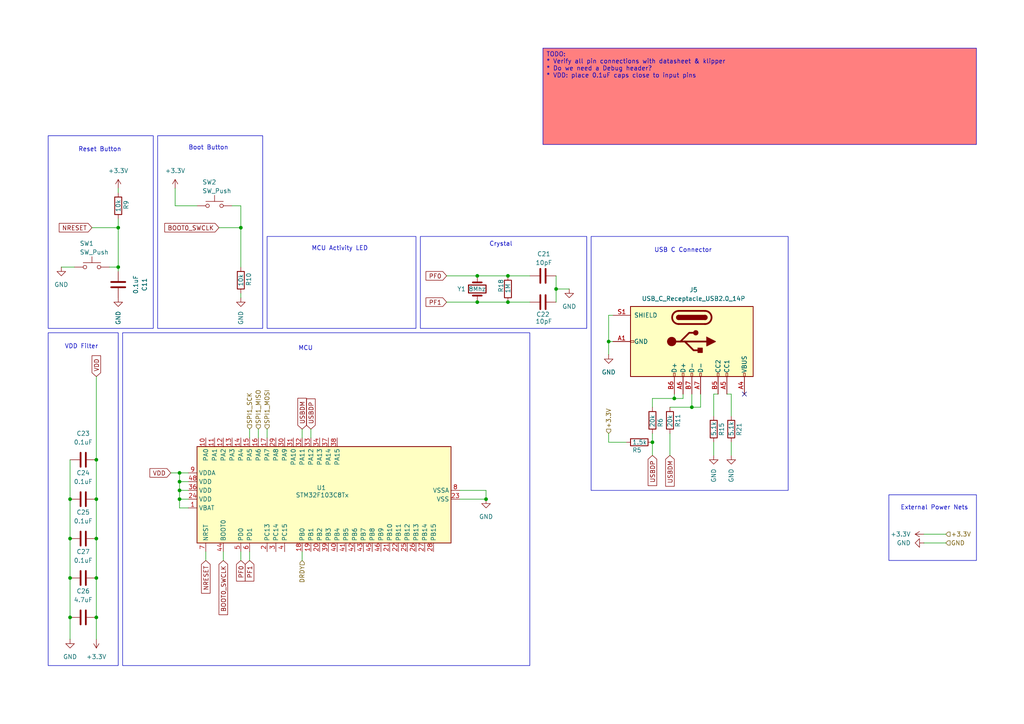
<source format=kicad_sch>
(kicad_sch (version 20231120) (generator "eeschema") (generator_version "8.0")
  (paper "A4")
  (lib_symbols
    (symbol "Connector:USB_C_Receptacle_USB2.0_14P" (pin_names (offset 1.016))
      (property "Reference" "J" (at 0 22.225 0))
      (property "Value" "USB_C_Receptacle_USB2.0_14P" (at 0 19.685 0))
      (symbol "USB_C_Receptacle_USB2.0_14P_0_0"
        (rectangle (start -0.254 -17.78) (end 0.254 -16.764))
        (rectangle (start 10.16 -4.826) (end 9.144 -5.334))
        (rectangle (start 10.16 -2.286) (end 9.144 -2.794))
        (rectangle (start 10.16 0.254) (end 9.144 -0.254))
        (rectangle (start 10.16 2.794) (end 9.144 2.286))
        (rectangle (start 10.16 7.874) (end 9.144 7.366))
        (rectangle (start 10.16 10.414) (end 9.144 9.906))
        (rectangle (start 10.16 15.494) (end 9.144 14.986))
      )
      (symbol "USB_C_Receptacle_USB2.0_14P_0_1"
        (rectangle (start -10.16 17.78) (end 10.16 -17.78) (stroke (width 0.254)) (fill (type background)))
        (arc (start -8.89 -3.81) (mid -6.985 -5.7067) (end -5.08 -3.81) (stroke (width 0.508)))
        (arc (start -7.62 -3.81) (mid -6.985 -4.4423) (end -6.35 -3.81) (stroke (width 0.254)))
        (arc (start -7.62 -3.81) (mid -6.985 -4.4423) (end -6.35 -3.81) (stroke (width 0.254)) (fill (type outline)))
        (rectangle (start -7.62 -3.81) (end -6.35 3.81) (stroke (width 0.254)) (fill (type outline)))
        (arc (start -6.35 3.81) (mid -6.985 4.4423) (end -7.62 3.81) (stroke (width 0.254)))
        (arc (start -6.35 3.81) (mid -6.985 4.4423) (end -7.62 3.81) (stroke (width 0.254)) (fill (type outline)))
        (arc (start -5.08 3.81) (mid -6.985 5.7067) (end -8.89 3.81) (stroke (width 0.508)))
        (circle (center -2.54 1.143) (radius 0.635) (stroke (width 0.254)) (fill (type outline)))
        (circle (center 0 -5.842) (radius 1.27) (fill (type outline)))
        (polyline (pts (xy -8.89 -3.81) (xy -8.89 3.81)) (stroke (width 0.508)))
        (polyline (pts (xy -5.08 3.81) (xy -5.08 -3.81)) (stroke (width 0.508)))
        (polyline (pts (xy 0 -5.842) (xy 0 4.318)) (stroke (width 0.508)))
        (polyline (pts (xy 0 -3.302) (xy -2.54 -0.762) (xy -2.54 0.508)) (stroke (width 0.508)))
        (polyline (pts (xy 0 -2.032) (xy 2.54 0.508) (xy 2.54 1.778)) (stroke (width 0.508)))
        (polyline (pts (xy -1.27 4.318) (xy 0 6.858) (xy 1.27 4.318) (xy -1.27 4.318)) (stroke (width 0.254)) (fill (type outline)))
        (rectangle (start 1.905 1.778) (end 3.175 3.048) (stroke (width 0.254)) (fill (type outline)))
      )
      (symbol "USB_C_Receptacle_USB2.0_14P_1_1"
        (pin passive line (at 0 -22.86 90) (length 5.08) (name "GND") (number "A1"))
        (pin passive line (at 0 -22.86 90) (length 5.08) hide (name "GND") (number "A12"))
        (pin passive line (at 15.24 15.24 180) (length 5.08) (name "VBUS") (number "A4"))
        (pin bidirectional line (at 15.24 10.16 180) (length 5.08) (name "CC1") (number "A5"))
        (pin bidirectional line (at 15.24 -2.54 180) (length 5.08) (name "D+") (number "A6"))
        (pin bidirectional line (at 15.24 2.54 180) (length 5.08) (name "D-") (number "A7"))
        (pin passive line (at 15.24 15.24 180) (length 5.08) hide (name "VBUS") (number "A9"))
        (pin passive line (at 0 -22.86 90) (length 5.08) hide (name "GND") (number "B1"))
        (pin passive line (at 0 -22.86 90) (length 5.08) hide (name "GND") (number "B12"))
        (pin passive line (at 15.24 15.24 180) (length 5.08) hide (name "VBUS") (number "B4"))
        (pin bidirectional line (at 15.24 7.62 180) (length 5.08) (name "CC2") (number "B5"))
        (pin bidirectional line (at 15.24 -5.08 180) (length 5.08) (name "D+") (number "B6"))
        (pin bidirectional line (at 15.24 0 180) (length 5.08) (name "D-") (number "B7"))
        (pin passive line (at 15.24 15.24 180) (length 5.08) hide (name "VBUS") (number "B9"))
        (pin passive line (at -7.62 -22.86 90) (length 5.08) (name "SHIELD") (number "S1"))
      )
    )
    (symbol "Device:C" (pin_numbers hide) (pin_names (offset 0.254))
      (property "Reference" "C" (at 0.635 2.54 0))
      (property "Value" "C" (at 0.635 -2.54 0))
      (symbol "C_0_1"
        (polyline (pts (xy -2.032 -0.762) (xy 2.032 -0.762)) (stroke (width 0.508)))
        (polyline (pts (xy -2.032 0.762) (xy 2.032 0.762)) (stroke (width 0.508)))
      )
      (symbol "C_1_1"
        (pin passive line (at 0 3.81 270) (length 2.794) (name "~") (number "1"))
        (pin passive line (at 0 -3.81 90) (length 2.794) (name "~") (number "2"))
      )
    )
    (symbol "Device:Crystal" (pin_numbers hide) (pin_names (offset 1.016) hide)
      (property "Reference" "Y" (at 0 3.81 0))
      (property "Value" "Crystal" (at 0 -3.81 0))
      (symbol "Crystal_0_1"
        (rectangle (start -1.143 2.54) (end 1.143 -2.54) (stroke (width 0.3048)))
        (polyline (pts (xy -2.54 0) (xy -1.905 0)))
        (polyline (pts (xy -1.905 -1.27) (xy -1.905 1.27)) (stroke (width 0.508)))
        (polyline (pts (xy 1.905 -1.27) (xy 1.905 1.27)) (stroke (width 0.508)))
        (polyline (pts (xy 2.54 0) (xy 1.905 0)))
      )
      (symbol "Crystal_1_1"
        (pin passive line (at -3.81 0 0) (length 1.27) (name "1") (number "1"))
        (pin passive line (at 3.81 0 180) (length 1.27) (name "2") (number "2"))
      )
    )
    (symbol "Device:R" (pin_numbers hide) (pin_names (offset 0))
      (property "Reference" "R" (at 2.032 0 90))
      (property "Value" "R" (at 0 0 90))
      (symbol "R_0_1"
        (rectangle (start -1.016 -2.54) (end 1.016 2.54) (stroke (width 0.254)))
      )
      (symbol "R_1_1"
        (pin passive line (at 0 3.81 270) (length 1.27) (name "~") (number "1"))
        (pin passive line (at 0 -3.81 90) (length 1.27) (name "~") (number "2"))
      )
    )
    (symbol "MCU_ST_STM32F1:STM32F103C8Tx"
      (property "Reference" "U" (at -12.7 39.37 0))
      (property "Value" "STM32F103C8Tx" (at 10.16 39.37 0))
      (symbol "STM32F103C8Tx_0_1"
        (rectangle (start -12.7 -35.56) (end 15.24 38.1) (stroke (width 0.254)) (fill (type background)))
      )
      (symbol "STM32F103C8Tx_1_1"
        (pin power_in line (at -2.54 40.64 270) (length 2.54) (name "VBAT") (number "1"))
        (pin bidirectional line (at 17.78 35.56 180) (length 2.54) (name "PA0") (number "10"))
        (pin bidirectional line (at 17.78 33.02 180) (length 2.54) (name "PA1") (number "11"))
        (pin bidirectional line (at 17.78 30.48 180) (length 2.54) (name "PA2") (number "12"))
        (pin bidirectional line (at 17.78 27.94 180) (length 2.54) (name "PA3") (number "13"))
        (pin bidirectional line (at 17.78 25.4 180) (length 2.54) (name "PA4") (number "14"))
        (pin bidirectional line (at 17.78 22.86 180) (length 2.54) (name "PA5") (number "15"))
        (pin bidirectional line (at 17.78 20.32 180) (length 2.54) (name "PA6") (number "16"))
        (pin bidirectional line (at 17.78 17.78 180) (length 2.54) (name "PA7") (number "17"))
        (pin bidirectional line (at -15.24 7.62 0) (length 2.54) (name "PB0") (number "18"))
        (pin bidirectional line (at -15.24 5.08 0) (length 2.54) (name "PB1") (number "19"))
        (pin bidirectional line (at -15.24 17.78 0) (length 2.54) (name "PC13") (number "2"))
        (pin bidirectional line (at -15.24 2.54 0) (length 2.54) (name "PB2") (number "20"))
        (pin bidirectional line (at -15.24 -17.78 0) (length 2.54) (name "PB10") (number "21"))
        (pin bidirectional line (at -15.24 -20.32 0) (length 2.54) (name "PB11") (number "22"))
        (pin power_in line (at 0 -38.1 90) (length 2.54) (name "VSS") (number "23"))
        (pin power_in line (at 0 40.64 270) (length 2.54) (name "VDD") (number "24"))
        (pin bidirectional line (at -15.24 -22.86 0) (length 2.54) (name "PB12") (number "25"))
        (pin bidirectional line (at -15.24 -25.4 0) (length 2.54) (name "PB13") (number "26"))
        (pin bidirectional line (at -15.24 -27.94 0) (length 2.54) (name "PB14") (number "27"))
        (pin bidirectional line (at -15.24 -30.48 0) (length 2.54) (name "PB15") (number "28"))
        (pin bidirectional line (at 17.78 15.24 180) (length 2.54) (name "PA8") (number "29"))
        (pin bidirectional line (at -15.24 15.24 0) (length 2.54) (name "PC14") (number "3"))
        (pin bidirectional line (at 17.78 12.7 180) (length 2.54) (name "PA9") (number "30"))
        (pin bidirectional line (at 17.78 10.16 180) (length 2.54) (name "PA10") (number "31"))
        (pin bidirectional line (at 17.78 7.62 180) (length 2.54) (name "PA11") (number "32"))
        (pin bidirectional line (at 17.78 5.08 180) (length 2.54) (name "PA12") (number "33"))
        (pin bidirectional line (at 17.78 2.54 180) (length 2.54) (name "PA13") (number "34"))
        (pin passive line (at 0 -38.1 90) (length 2.54) hide (name "VSS") (number "35"))
        (pin power_in line (at 2.54 40.64 270) (length 2.54) (name "VDD") (number "36"))
        (pin bidirectional line (at 17.78 0 180) (length 2.54) (name "PA14") (number "37"))
        (pin bidirectional line (at 17.78 -2.54 180) (length 2.54) (name "PA15") (number "38"))
        (pin bidirectional line (at -15.24 0 0) (length 2.54) (name "PB3") (number "39"))
        (pin bidirectional line (at -15.24 12.7 0) (length 2.54) (name "PC15") (number "4"))
        (pin bidirectional line (at -15.24 -2.54 0) (length 2.54) (name "PB4") (number "40"))
        (pin bidirectional line (at -15.24 -5.08 0) (length 2.54) (name "PB5") (number "41"))
        (pin bidirectional line (at -15.24 -7.62 0) (length 2.54) (name "PB6") (number "42"))
        (pin bidirectional line (at -15.24 -10.16 0) (length 2.54) (name "PB7") (number "43"))
        (pin input line (at -15.24 30.48 0) (length 2.54) (name "BOOT0") (number "44"))
        (pin bidirectional line (at -15.24 -12.7 0) (length 2.54) (name "PB8") (number "45"))
        (pin bidirectional line (at -15.24 -15.24 0) (length 2.54) (name "PB9") (number "46"))
        (pin passive line (at 0 -38.1 90) (length 2.54) hide (name "VSS") (number "47"))
        (pin power_in line (at 5.08 40.64 270) (length 2.54) (name "VDD") (number "48"))
        (pin bidirectional line (at -15.24 25.4 0) (length 2.54) (name "PD0") (number "5"))
        (pin bidirectional line (at -15.24 22.86 0) (length 2.54) (name "PD1") (number "6"))
        (pin input line (at -15.24 35.56 0) (length 2.54) (name "NRST") (number "7"))
        (pin power_in line (at 2.54 -38.1 90) (length 2.54) (name "VSSA") (number "8"))
        (pin power_in line (at 7.62 40.64 270) (length 2.54) (name "VDDA") (number "9"))
      )
    )
    (symbol "Switch:SW_Push" (pin_numbers hide) (pin_names (offset 1.016) hide)
      (property "Reference" "SW" (at 1.27 2.54 0))
      (property "Value" "SW_Push" (at 0 -1.524 0))
      (symbol "SW_Push_0_1"
        (circle (center -2.032 0) (radius 0.508))
        (polyline (pts (xy 0 1.27) (xy 0 3.048)))
        (polyline (pts (xy 2.54 1.27) (xy -2.54 1.27)))
        (circle (center 2.032 0) (radius 0.508))
        (pin passive line (at -5.08 0 0) (length 2.54) (name "1") (number "1"))
        (pin passive line (at 5.08 0 180) (length 2.54) (name "2") (number "2"))
      )
    )
    (symbol "power:+3.3V" (power) (pin_numbers hide) (pin_names (offset 0) hide)
      (property "Value" "+3.3V" (at 0 3.556 0))
      (symbol "+3.3V_0_1"
        (polyline (pts (xy -0.762 1.27) (xy 0 2.54)))
        (polyline (pts (xy 0 0) (xy 0 2.54)))
        (polyline (pts (xy 0 2.54) (xy 0.762 1.27)))
      )
      (symbol "+3.3V_1_1"
        (pin power_in line (at 0 0 90) (length 0) (name "~") (number "1"))
      )
    )
    (symbol "power:GND" (power) (pin_numbers hide) (pin_names (offset 0) hide)
      (property "Value" "GND" (at 0 -3.81 0))
      (symbol "GND_0_1"
        (polyline (pts (xy 0 0) (xy 0 -1.27) (xy 1.27 -1.27) (xy 0 -2.54) (xy -1.27 -1.27) (xy 0 -1.27)))
      )
      (symbol "GND_1_1"
        (pin power_in line (at 0 0 270) (length 0) (name "~") (number "1"))
      )
    )
  )
  (junction (at 20.32 179.07))
  (junction (at 27.94 133.35))
  (junction (at 52.07 144.78))
  (junction (at 20.32 167.64))
  (junction (at 27.94 179.07))
  (junction (at 20.32 156.21))
  (junction (at 52.07 142.24))
  (junction (at 20.32 144.78))
  (junction (at 34.29 66.04))
  (junction (at 195.58 115.57))
  (junction (at 200.66 118.11))
  (junction (at 138.43 87.63))
  (junction (at 27.94 167.64))
  (junction (at 52.07 137.16))
  (junction (at 52.07 139.7))
  (junction (at 161.29 83.82))
  (junction (at 147.32 80.01))
  (junction (at 69.85 66.04))
  (junction (at 27.94 144.78))
  (junction (at 176.53 99.06))
  (junction (at 147.32 87.63))
  (junction (at 138.43 80.01))
  (junction (at 189.23 128.27))
  (junction (at 27.94 156.21))
  (junction (at 140.97 144.78))
  (junction (at 34.29 77.47))
  (no_connect (at 215.9 114.3))
  (wire (pts (xy 189.23 128.27) (xy 189.23 132.08)))
  (wire (pts (xy 140.97 144.78) (xy 133.35 144.78)))
  (wire (pts (xy 212.09 114.3) (xy 210.82 114.3)))
  (wire (pts (xy 133.35 142.24) (xy 140.97 142.24)))
  (wire (pts (xy 189.23 115.57) (xy 189.23 118.11)))
  (wire (pts (xy 34.29 55.88) (xy 34.29 54.61)))
  (wire (pts (xy 27.94 133.35) (xy 27.94 144.78)))
  (wire (pts (xy 63.5 66.04) (xy 69.85 66.04)))
  (wire (pts (xy 194.31 125.73) (xy 194.31 132.08)))
  (wire (pts (xy 140.97 142.24) (xy 140.97 144.78)))
  (wire (pts (xy 138.43 87.63) (xy 147.32 87.63)))
  (wire (pts (xy 177.8 91.44) (xy 176.53 91.44)))
  (wire (pts (xy 52.07 142.24) (xy 52.07 144.78)))
  (wire (pts (xy 165.1 83.82) (xy 161.29 83.82)))
  (wire (pts (xy 52.07 142.24) (xy 54.61 142.24)))
  (wire (pts (xy 203.2 114.3) (xy 203.2 118.11)))
  (wire (pts (xy 52.07 144.78) (xy 54.61 144.78)))
  (wire (pts (xy 67.31 59.69) (xy 69.85 59.69)))
  (wire (pts (xy 189.23 125.73) (xy 189.23 128.27)))
  (wire (pts (xy 52.07 147.32) (xy 54.61 147.32)))
  (wire (pts (xy 87.63 124.46) (xy 87.63 127)))
  (wire (pts (xy 27.94 185.42) (xy 27.94 179.07)))
  (wire (pts (xy 50.8 59.69) (xy 57.15 59.69)))
  (wire (pts (xy 20.32 167.64) (xy 20.32 179.07)))
  (wire (pts (xy 195.58 114.3) (xy 195.58 115.57)))
  (wire (pts (xy 20.32 185.42) (xy 20.32 179.07)))
  (wire (pts (xy 208.28 114.3) (xy 207.01 114.3)))
  (wire (pts (xy 207.01 114.3) (xy 207.01 120.65)))
  (wire (pts (xy 176.53 128.27) (xy 181.61 128.27)))
  (wire (pts (xy 20.32 156.21) (xy 20.32 167.64)))
  (wire (pts (xy 26.67 66.04) (xy 34.29 66.04)))
  (wire (pts (xy 20.32 133.35) (xy 20.32 144.78)))
  (wire (pts (xy 69.85 160.02) (xy 69.85 162.56)))
  (wire (pts (xy 72.39 160.02) (xy 72.39 162.56)))
  (wire (pts (xy 20.32 144.78) (xy 20.32 156.21)))
  (wire (pts (xy 52.07 139.7) (xy 52.07 142.24)))
  (wire (pts (xy 59.69 160.02) (xy 59.69 162.56)))
  (wire (pts (xy 161.29 80.01) (xy 161.29 83.82)))
  (wire (pts (xy 212.09 132.08) (xy 212.09 128.27)))
  (wire (pts (xy 27.94 156.21) (xy 27.94 167.64)))
  (wire (pts (xy 69.85 59.69) (xy 69.85 66.04)))
  (wire (pts (xy 69.85 85.09) (xy 69.85 86.36)))
  (wire (pts (xy 195.58 115.57) (xy 189.23 115.57)))
  (wire (pts (xy 194.31 118.11) (xy 200.66 118.11)))
  (wire (pts (xy 147.32 80.01) (xy 153.67 80.01)))
  (wire (pts (xy 147.32 87.63) (xy 153.67 87.63)))
  (wire (pts (xy 27.94 144.78) (xy 27.94 156.21)))
  (wire (pts (xy 87.63 160.02) (xy 87.63 162.56)))
  (wire (pts (xy 49.53 137.16) (xy 52.07 137.16)))
  (wire (pts (xy 176.53 102.87) (xy 176.53 99.06)))
  (wire (pts (xy 198.12 115.57) (xy 195.58 115.57)))
  (wire (pts (xy 176.53 91.44) (xy 176.53 99.06)))
  (wire (pts (xy 138.43 80.01) (xy 147.32 80.01)))
  (wire (pts (xy 161.29 83.82) (xy 161.29 87.63)))
  (wire (pts (xy 176.53 99.06) (xy 177.8 99.06)))
  (wire (pts (xy 52.07 139.7) (xy 54.61 139.7)))
  (wire (pts (xy 129.54 80.01) (xy 138.43 80.01)))
  (wire (pts (xy 212.09 114.3) (xy 212.09 120.65)))
  (wire (pts (xy 267.97 154.94) (xy 274.32 154.94)))
  (wire (pts (xy 200.66 114.3) (xy 200.66 118.11)))
  (wire (pts (xy 27.94 167.64) (xy 27.94 179.07)))
  (wire (pts (xy 34.29 66.04) (xy 34.29 77.47)))
  (wire (pts (xy 267.97 157.48) (xy 274.32 157.48)))
  (wire (pts (xy 34.29 77.47) (xy 34.29 78.74)))
  (wire (pts (xy 129.54 87.63) (xy 138.43 87.63)))
  (wire (pts (xy 64.77 160.02) (xy 64.77 162.56)))
  (wire (pts (xy 72.39 124.46) (xy 72.39 127)))
  (wire (pts (xy 90.17 124.46) (xy 90.17 127)))
  (wire (pts (xy 200.66 118.11) (xy 203.2 118.11)))
  (wire (pts (xy 17.78 77.47) (xy 21.59 77.47)))
  (wire (pts (xy 52.07 137.16) (xy 52.07 139.7)))
  (wire (pts (xy 207.01 132.08) (xy 207.01 128.27)))
  (wire (pts (xy 52.07 137.16) (xy 54.61 137.16)))
  (wire (pts (xy 69.85 66.04) (xy 69.85 77.47)))
  (wire (pts (xy 74.93 124.46) (xy 74.93 127)))
  (wire (pts (xy 31.75 77.47) (xy 34.29 77.47)))
  (wire (pts (xy 52.07 147.32) (xy 52.07 144.78)))
  (wire (pts (xy 34.29 63.5) (xy 34.29 66.04)))
  (wire (pts (xy 176.53 125.73) (xy 176.53 128.27)))
  (wire (pts (xy 77.47 124.46) (xy 77.47 127)))
  (wire (pts (xy 198.12 114.3) (xy 198.12 115.57)))
  (wire (pts (xy 27.94 109.22) (xy 27.94 133.35)))
  (wire (pts (xy 50.8 54.61) (xy 50.8 59.69)))
  (rectangle (start 45.72 39.37) (end 76.2 95.25))
  (rectangle (start 257.81 143.51) (end 283.21 162.56))
  (rectangle (start 77.47 68.58) (end 120.65 95.25))
  (rectangle (start 35.56 96.52) (end 153.67 193.04))
  (rectangle (start 171.45 68.58) (end 228.6 142.24))
  (rectangle (start 13.97 39.37) (end 44.45 95.25))
  (rectangle (start 121.92 68.58) (end 170.18 95.25))
  (rectangle (start 13.97 96.52) (end 34.29 193.04))
  (text_box "TODO:\n* Verify all pin connections with datasheet & klipper\n* Do we need a Debug header?\n* VDD: place 0.1uF caps close to input pins" (at 157.48 13.97 0) (size 125.73 27.94) (fill (type color) (color 255 0 0 0.5)) (effects (font (size 1.27 1.27)) (justify left top)))
  (text "MCU Activity LED" (at 98.552 72.136 0) (effects (font (size 1.27 1.27))))
  (text "Reset Button" (at 28.956 43.434 0) (effects (font (size 1.27 1.27))))
  (text "USB C Connector" (at 198.12 72.644 0) (effects (font (size 1.27 1.27))))
  (text "Crystal" (at 145.288 70.866 0) (effects (font (size 1.27 1.27))))
  (text "Boot Button" (at 60.452 42.926 0) (effects (font (size 1.27 1.27))))
  (text "MCU" (at 88.646 101.092 0) (effects (font (size 1.27 1.27))))
  (text "VDD Filter" (at 23.622 100.584 0) (effects (font (size 1.27 1.27))))
  (text "External Power Nets" (at 271.018 147.32 0) (effects (font (size 1.27 1.27))))
  (global_label "USBDP" (shape input) (at 189.23 132.08 270) (property "Intersheetrefs" "${INTERSHEET_REFS}" (effects (hide yes))))
  (global_label "PF1" (shape input) (at 72.39 162.56 270) (property "Intersheetrefs" "${INTERSHEET_REFS}" (effects (hide yes))))
  (global_label "NRESET" (shape input) (at 59.69 162.56 270) (property "Intersheetrefs" "${INTERSHEET_REFS}" (effects (hide yes))))
  (global_label "USBDM" (shape input) (at 194.31 132.08 270) (property "Intersheetrefs" "${INTERSHEET_REFS}" (effects (hide yes))))
  (global_label "NRESET" (shape input) (at 26.67 66.04 180) (property "Intersheetrefs" "${INTERSHEET_REFS}" (effects (hide yes))))
  (global_label "USBDM" (shape input) (at 87.63 124.46 90) (property "Intersheetrefs" "${INTERSHEET_REFS}" (effects (hide yes))))
  (global_label "VDD" (shape input) (at 49.53 137.16 180) (property "Intersheetrefs" "${INTERSHEET_REFS}" (effects (hide yes))))
  (global_label "VDD" (shape input) (at 27.94 109.22 90) (property "Intersheetrefs" "${INTERSHEET_REFS}" (effects (hide yes))))
  (global_label "PF0" (shape input) (at 69.85 162.56 270) (property "Intersheetrefs" "${INTERSHEET_REFS}" (effects (hide yes))))
  (global_label "PF0" (shape input) (at 129.54 80.01 180) (property "Intersheetrefs" "${INTERSHEET_REFS}" (effects (hide yes))))
  (global_label "USBDP" (shape input) (at 90.17 124.46 90) (property "Intersheetrefs" "${INTERSHEET_REFS}" (effects (hide yes))))
  (global_label "BOOT0_SWCLK" (shape input) (at 63.5 66.04 180) (property "Intersheetrefs" "${INTERSHEET_REFS}" (effects (hide yes))))
  (global_label "BOOT0_SWCLK" (shape input) (at 64.77 162.56 270) (property "Intersheetrefs" "${INTERSHEET_REFS}" (effects (hide yes))))
  (global_label "PF1" (shape input) (at 129.54 87.63 180) (property "Intersheetrefs" "${INTERSHEET_REFS}" (effects (hide yes))))
  (hierarchical_label "+3.3V" (shape input) (at 274.32 154.94 0))
  (hierarchical_label "DRDY" (shape input) (at 87.63 162.56 270))
  (hierarchical_label "+3.3V" (shape input) (at 176.53 125.73 90))
  (hierarchical_label "SPI1_MOSI" (shape input) (at 77.47 124.46 90))
  (hierarchical_label "SPI1_SCK" (shape input) (at 72.39 124.46 90))
  (hierarchical_label "SPI1_MISO" (shape input) (at 74.93 124.46 90))
  (hierarchical_label "GND" (shape input) (at 274.32 157.48 0))
  (symbol (lib_id "Switch:SW_Push") (at 26.67 77.47 0) (unit 1)
    (property "Reference" "SW1" (at 23.114 70.612 0) (effects (justify left)))
    (property "Value" "SW_Push" (at 23.114 73.152 0) (effects (justify left)))
    (property "Footprint" "Button_Switch_SMD:SW_Push_1P1T_NO_6x6mm_H9.5mm" (effects (hide yes)))
    (property "Description" "Push button switch, generic, two pins" (effects (hide yes)))
  )
  (symbol (lib_id "Device:C") (at 24.13 144.78 90) (unit 1)
    (property "Reference" "C24" (at 24.13 137.16 90))
    (property "Value" "0.1uF" (at 24.13 139.7 90))
    (property "Footprint" "Capacitor_SMD:C_0805_2012Metric_Pad1.18x1.45mm_HandSolder" (effects (hide yes)))
    (property "Description" "Unpolarized capacitor" (effects (hide yes)))
  )
  (symbol (lib_id "Connector:USB_C_Receptacle_USB2.0_14P") (at 200.66 99.06 270) (unit 1)
    (property "Reference" "J5" (at 201.168 84.074 90))
    (property "Value" "USB_C_Receptacle_USB2.0_14P" (at 201.168 86.614 90))
    (property "Footprint" "Connector_USB:USB_C_Receptacle_GCT_USB4110" (effects (hide yes)))
    (property "Datasheet" "https://www.usb.org/sites/default/files/documents/usb_type-c.zip" (effects (hide yes)))
    (property "Description" "USB 2.0-only 14P Type-C Receptacle connector" (effects (hide yes)))
  )
  (symbol (lib_id "Device:R") (at 69.85 81.28 0) (unit 1)
    (property "Reference" "R10" (at 72.136 81.026 90))
    (property "Value" "10k" (at 69.85 81.28 90))
    (property "Footprint" "Resistor_SMD:R_0805_2012Metric_Pad1.20x1.40mm_HandSolder" (effects (hide yes)))
    (property "Description" "Resistor" (effects (hide yes)))
  )
  (symbol (lib_id "power:GND") (at 69.85 86.36 0) (unit 1)
    (property "Reference" "#PWR028" (effects (hide yes)))
    (property "Value" "GND" (at 69.8501 90.17 90) (effects (justify right)))
    (property "Description" "Power symbol creates a global label with name \"GND\" , ground" (effects (hide yes)))
  )
  (symbol (lib_id "Device:R") (at 34.29 59.69 0) (unit 1)
    (property "Reference" "R9" (at 36.576 59.436 90))
    (property "Value" "10k" (at 34.29 59.69 90))
    (property "Footprint" "Resistor_SMD:R_0805_2012Metric_Pad1.20x1.40mm_HandSolder" (effects (hide yes)))
    (property "Description" "Resistor" (effects (hide yes)))
  )
  (symbol (lib_id "MCU_ST_STM32F1:STM32F103C8Tx") (at 95.25 144.78 90) (unit 1)
    (property "Reference" "U1" (at 93.218 141.478 90))
    (property "Value" "STM32F103C8Tx" (at 93.472 143.6018 90))
    (property "Footprint" "Package_QFP:LQFP-48_7x7mm_P0.5mm" (effects (hide yes)))
    (property "Datasheet" "https://www.st.com/resource/en/datasheet/stm32f103c8.pdf" (effects (hide yes)))
    (property "Description" "STMicroelectronics Arm Cortex-M3 MCU, 64KB flash, 20KB RAM, 72 MHz, 2.0-3.6V, 37 GPIO, LQFP48" (effects (hide yes)))
  )
  (symbol (lib_id "power:+3.3V") (at 34.29 54.61 0) (unit 1)
    (property "Reference" "#PWR022" (effects (hide yes)))
    (property "Value" "+3.3V" (at 34.29 49.53 0))
    (property "Description" "Power symbol creates a global label with name \"+3.3V\"" (effects (hide yes)))
  )
  (symbol (lib_id "power:GND") (at 267.97 157.48 270) (unit 1)
    (property "Reference" "#PWR015" (effects (hide yes)))
    (property "Value" "GND" (at 264.16 157.4799 90) (effects (justify right)))
    (property "Description" "Power symbol creates a global label with name \"GND\" , ground" (effects (hide yes)))
  )
  (symbol (lib_id "Device:C") (at 24.13 167.64 90) (unit 1)
    (property "Reference" "C27" (at 24.13 160.02 90))
    (property "Value" "0.1uF" (at 24.13 162.56 90))
    (property "Footprint" "Capacitor_SMD:C_0805_2012Metric_Pad1.18x1.45mm_HandSolder" (effects (hide yes)))
    (property "Description" "Unpolarized capacitor" (effects (hide yes)))
  )
  (symbol (lib_id "Device:R") (at 189.23 121.92 180) (unit 1)
    (property "Reference" "R6" (at 191.516 123.952 90) (effects (justify right)))
    (property "Value" "20k" (at 189.23 123.952 90) (effects (justify right)))
    (property "Footprint" "Resistor_SMD:R_0805_2012Metric_Pad1.20x1.40mm_HandSolder" (effects (hide yes)))
    (property "Description" "Resistor" (effects (hide yes)))
  )
  (symbol (lib_id "Device:R") (at 207.01 124.46 180) (unit 1)
    (property "Reference" "R15" (at 209.296 126.492 90) (effects (justify right)))
    (property "Value" "5.1k" (at 207.01 126.492 90) (effects (justify right)))
    (property "Footprint" "Resistor_SMD:R_0805_2012Metric_Pad1.20x1.40mm_HandSolder" (effects (hide yes)))
    (property "Description" "Resistor" (effects (hide yes)))
  )
  (symbol (lib_id "power:+3.3V") (at 267.97 154.94 90) (unit 1)
    (property "Reference" "#PWR016" (effects (hide yes)))
    (property "Value" "+3.3V" (at 264.16 154.9399 90) (effects (justify left)))
    (property "Description" "Power symbol creates a global label with name \"+3.3V\"" (effects (hide yes)))
  )
  (symbol (lib_id "Device:C") (at 24.13 179.07 90) (unit 1)
    (property "Reference" "C26" (at 24.13 171.45 90))
    (property "Value" "4.7uF" (at 24.13 173.99 90))
    (property "Footprint" "Capacitor_SMD:C_0805_2012Metric_Pad1.18x1.45mm_HandSolder" (effects (hide yes)))
    (property "Description" "Unpolarized capacitor" (effects (hide yes)))
  )
  (symbol (lib_id "power:GND") (at 34.29 86.36 0) (unit 1)
    (property "Reference" "#PWR024" (effects (hide yes)))
    (property "Value" "GND" (at 34.2901 90.17 90) (effects (justify right)))
    (property "Description" "Power symbol creates a global label with name \"GND\" , ground" (effects (hide yes)))
  )
  (symbol (lib_id "power:GND") (at 176.53 102.87 0) (unit 1)
    (property "Reference" "#PWR08" (effects (hide yes)))
    (property "Value" "GND" (at 176.53 107.95 0))
    (property "Description" "Power symbol creates a global label with name \"GND\" , ground" (effects (hide yes)))
  )
  (symbol (lib_id "power:GND") (at 17.78 77.47 0) (unit 1)
    (property "Reference" "#PWR025" (effects (hide yes)))
    (property "Value" "GND" (at 17.78 82.55 0))
    (property "Description" "Power symbol creates a global label with name \"GND\" , ground" (effects (hide yes)))
  )
  (symbol (lib_id "Device:C") (at 157.48 87.63 270) (unit 1)
    (property "Reference" "C22" (at 157.48 91.186 90))
    (property "Value" "10pF" (at 157.734 93.218 90))
    (property "Footprint" "Capacitor_SMD:C_0805_2012Metric_Pad1.18x1.45mm_HandSolder" (effects (hide yes)))
    (property "Description" "Unpolarized capacitor" (effects (hide yes)))
  )
  (symbol (lib_id "power:GND") (at 20.32 185.42 0) (unit 1)
    (property "Reference" "#PWR06" (effects (hide yes)))
    (property "Value" "GND" (at 20.32 190.5 0))
    (property "Description" "Power symbol creates a global label with name \"GND\" , ground" (effects (hide yes)))
  )
  (symbol (lib_id "Device:C") (at 157.48 80.01 90) (unit 1)
    (property "Reference" "C21" (at 157.734 73.66 90))
    (property "Value" "10pF" (at 157.734 76.2 90))
    (property "Footprint" "Capacitor_SMD:C_0805_2012Metric_Pad1.18x1.45mm_HandSolder" (effects (hide yes)))
    (property "Description" "Unpolarized capacitor" (effects (hide yes)))
  )
  (symbol (lib_id "power:GND") (at 207.01 132.08 0) (unit 1)
    (property "Reference" "#PWR09" (effects (hide yes)))
    (property "Value" "GND" (at 207.0101 135.89 90) (effects (justify right)))
    (property "Description" "Power symbol creates a global label with name \"GND\" , ground" (effects (hide yes)))
  )
  (symbol (lib_id "Device:C") (at 24.13 156.21 90) (unit 1)
    (property "Reference" "C25" (at 24.13 148.59 90))
    (property "Value" "0.1uF" (at 24.13 151.13 90))
    (property "Footprint" "Capacitor_SMD:C_0805_2012Metric_Pad1.18x1.45mm_HandSolder" (effects (hide yes)))
    (property "Description" "Unpolarized capacitor" (effects (hide yes)))
  )
  (symbol (lib_id "Device:R") (at 147.32 83.82 180) (unit 1)
    (property "Reference" "R18" (at 145.288 84.836 90) (effects (justify right)))
    (property "Value" "1M" (at 147.32 85.09 90) (effects (justify right)))
    (property "Footprint" "Resistor_SMD:R_0805_2012Metric_Pad1.20x1.40mm_HandSolder" (effects (hide yes)))
    (property "Description" "Resistor" (effects (hide yes)))
  )
  (symbol (lib_id "Device:R") (at 194.31 121.92 180) (unit 1)
    (property "Reference" "R11" (at 196.596 123.952 90) (effects (justify right)))
    (property "Value" "20k" (at 194.31 123.952 90) (effects (justify right)))
    (property "Footprint" "Resistor_SMD:R_0805_2012Metric_Pad1.20x1.40mm_HandSolder" (effects (hide yes)))
    (property "Description" "Resistor" (effects (hide yes)))
  )
  (symbol (lib_id "Device:Crystal") (at 138.43 83.82 90) (unit 1)
    (property "Reference" "Y1" (at 132.588 83.82 90) (effects (justify right)))
    (property "Value" "8Mhz" (at 135.89 83.82 90) (effects (justify right)))
    (property "Footprint" "Crystal:Crystal_SMD_SeikoEpson_FA238V-4Pin_3.2x2.5mm_HandSoldering" (effects (hide yes)))
    (property "Description" "Two pin crystal" (effects (hide yes)))
  )
  (symbol (lib_id "Device:C") (at 24.13 133.35 90) (unit 1)
    (property "Reference" "C23" (at 24.13 125.73 90))
    (property "Value" "0.1uF" (at 24.13 128.27 90))
    (property "Footprint" "Capacitor_SMD:C_0805_2012Metric_Pad1.18x1.45mm_HandSolder" (effects (hide yes)))
    (property "Description" "Unpolarized capacitor" (effects (hide yes)))
  )
  (symbol (lib_id "power:+3.3V") (at 27.94 185.42 180) (unit 1)
    (property "Reference" "#PWR031" (effects (hide yes)))
    (property "Value" "+3.3V" (at 27.94 190.5 0))
    (property "Description" "Power symbol creates a global label with name \"+3.3V\"" (effects (hide yes)))
  )
  (symbol (lib_id "power:GND") (at 140.97 144.78 0) (unit 1)
    (property "Reference" "#PWR041" (effects (hide yes)))
    (property "Value" "GND" (at 140.97 149.86 0))
    (property "Description" "Power symbol creates a global label with name \"GND\" , ground" (effects (hide yes)))
  )
  (symbol (lib_id "Device:R") (at 185.42 128.27 90) (unit 1)
    (property "Reference" "R5" (at 183.388 130.556 90) (effects (justify right)))
    (property "Value" "1.5k" (at 183.388 128.27 90) (effects (justify right)))
    (property "Footprint" "Resistor_SMD:R_0805_2012Metric_Pad1.20x1.40mm_HandSolder" (effects (hide yes)))
    (property "Description" "Resistor" (effects (hide yes)))
  )
  (symbol (lib_id "Switch:SW_Push") (at 62.23 59.69 0) (unit 1)
    (property "Reference" "SW2" (at 58.674 52.832 0) (effects (justify left)))
    (property "Value" "SW_Push" (at 58.674 55.372 0) (effects (justify left)))
    (property "Footprint" "Button_Switch_SMD:SW_Push_1P1T_NO_6x6mm_H9.5mm" (effects (hide yes)))
    (property "Description" "Push button switch, generic, two pins" (effects (hide yes)))
  )
  (symbol (lib_id "Device:R") (at 212.09 124.46 180) (unit 1)
    (property "Reference" "R21" (at 214.376 126.492 90) (effects (justify right)))
    (property "Value" "5.1k" (at 212.09 126.492 90) (effects (justify right)))
    (property "Footprint" "Resistor_SMD:R_0805_2012Metric_Pad1.20x1.40mm_HandSolder" (effects (hide yes)))
    (property "Description" "Resistor" (effects (hide yes)))
  )
  (symbol (lib_id "power:+3.3V") (at 50.8 54.61 0) (unit 1)
    (property "Reference" "#PWR029" (effects (hide yes)))
    (property "Value" "+3.3V" (at 50.8 49.53 0))
    (property "Description" "Power symbol creates a global label with name \"+3.3V\"" (effects (hide yes)))
  )
  (symbol (lib_id "Device:C") (at 34.29 82.55 0) (unit 1)
    (property "Reference" "C11" (at 41.91 82.55 90))
    (property "Value" "0.1uF" (at 39.37 82.55 90))
    (property "Footprint" "Capacitor_SMD:C_0805_2012Metric_Pad1.18x1.45mm_HandSolder" (effects (hide yes)))
    (property "Description" "Unpolarized capacitor" (effects (hide yes)))
  )
  (symbol (lib_id "power:GND") (at 212.09 132.08 0) (unit 1)
    (property "Reference" "#PWR010" (effects (hide yes)))
    (property "Value" "GND" (at 212.0901 135.89 90) (effects (justify right)))
    (property "Description" "Power symbol creates a global label with name \"GND\" , ground" (effects (hide yes)))
  )
  (symbol (lib_id "power:GND") (at 165.1 83.82 0) (unit 1)
    (property "Reference" "#PWR037" (effects (hide yes)))
    (property "Value" "GND" (at 165.1 88.9 0))
    (property "Description" "Power symbol creates a global label with name \"GND\" , ground" (effects (hide yes)))
  )
)
</source>
